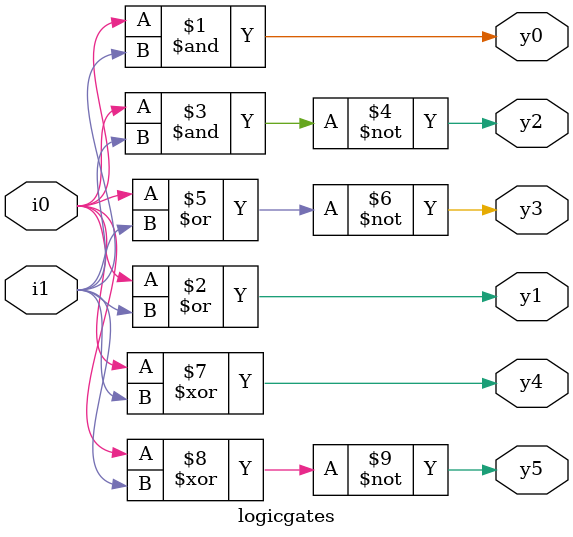
<source format=v>
module logicgates ( input i0,i1, output y0,y1,y2,y3,y4,y5);
  // Gate-level abstraction
  and a1 (y0,i0,i1);
  
  or  a2(y1,i0,i1);
  
  nand a3(y2,i0,i1);
  
  nor  a4(y3,i0,i1);
  
  xor  a5(y4,i0,i1);
  
  xnor a6(y5,i0,i1);
endmodule

</source>
